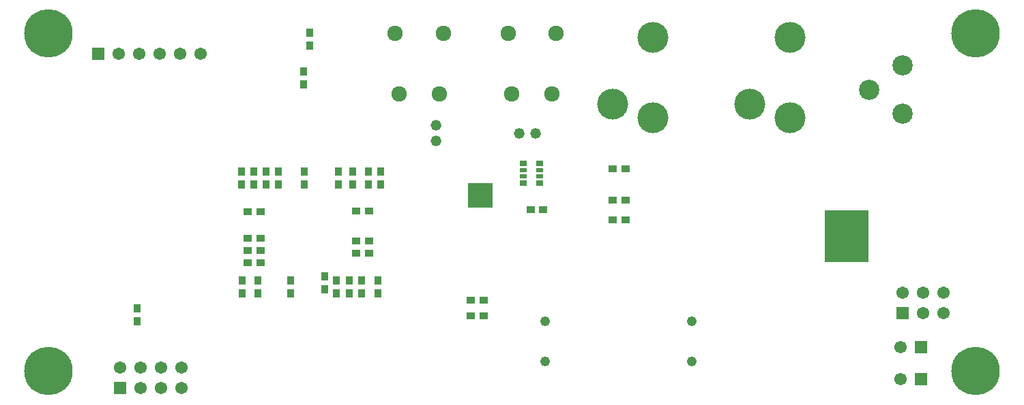
<source format=gbs>
G04 (created by PCBNEW-RS274X (2012-01-19 BZR 3256)-stable) date 2012/09/03 0:26:34*
G01*
G70*
G90*
%MOIN*%
G04 Gerber Fmt 3.4, Leading zero omitted, Abs format*
%FSLAX34Y34*%
G04 APERTURE LIST*
%ADD10C,0.006000*%
%ADD11C,0.150800*%
%ADD12C,0.099200*%
%ADD13R,0.124800X0.124800*%
%ADD14R,0.036200X0.026400*%
%ADD15R,0.036200X0.020500*%
%ADD16R,0.213300X0.252800*%
%ADD17C,0.237000*%
%ADD18R,0.060800X0.060800*%
%ADD19C,0.060800*%
%ADD20C,0.075600*%
%ADD21R,0.032300X0.040200*%
%ADD22R,0.040200X0.032300*%
%ADD23C,0.048000*%
%ADD24C,0.052000*%
G04 APERTURE END LIST*
G54D10*
G54D11*
X31102Y-01772D03*
X31102Y-05709D03*
X29134Y-05020D03*
X37795Y-01772D03*
X37795Y-05709D03*
X35827Y-05020D03*
G54D12*
X43306Y-03149D03*
X41653Y-04331D03*
X43307Y-05512D03*
G54D13*
X22677Y-09485D03*
G54D14*
X24763Y-08896D03*
G54D15*
X24763Y-08581D03*
X24763Y-08266D03*
G54D14*
X24763Y-07951D03*
X25550Y-07951D03*
G54D15*
X25550Y-08266D03*
X25550Y-08581D03*
G54D14*
X25550Y-08896D03*
G54D16*
X40551Y-11496D03*
G54D17*
X46850Y-18110D03*
X46850Y-01575D03*
X01575Y-18110D03*
X01575Y-01575D03*
G54D18*
X03996Y-02559D03*
G54D19*
X04996Y-02559D03*
X05996Y-02559D03*
X06996Y-02559D03*
X07996Y-02559D03*
X08996Y-02559D03*
G54D18*
X44201Y-18504D03*
G54D19*
X43201Y-18504D03*
G54D18*
X44201Y-16929D03*
G54D19*
X43201Y-16929D03*
G54D18*
X43291Y-15264D03*
G54D19*
X43291Y-14264D03*
X44291Y-15264D03*
X44291Y-14264D03*
X45291Y-15264D03*
X45291Y-14264D03*
G54D20*
X20669Y-04528D03*
X18701Y-04528D03*
X18504Y-01576D03*
X20866Y-01576D03*
X26181Y-04528D03*
X24213Y-04528D03*
X24016Y-01576D03*
X26378Y-01576D03*
G54D21*
X11024Y-13661D03*
X11024Y-14291D03*
X13386Y-13661D03*
X13386Y-14291D03*
X05906Y-15039D03*
X05906Y-15669D03*
X17677Y-13661D03*
X17677Y-14291D03*
G54D22*
X11929Y-10315D03*
X11299Y-10315D03*
X16614Y-10276D03*
X17244Y-10276D03*
X11929Y-12795D03*
X11299Y-12795D03*
X22205Y-14646D03*
X22835Y-14646D03*
G54D21*
X15630Y-14291D03*
X15630Y-13661D03*
G54D22*
X25748Y-10197D03*
X25118Y-10197D03*
X29764Y-09724D03*
X29134Y-09724D03*
X22835Y-15394D03*
X22205Y-15394D03*
G54D21*
X14016Y-04055D03*
X14016Y-03425D03*
X14331Y-01535D03*
X14331Y-02165D03*
X11811Y-13661D03*
X11811Y-14291D03*
X10984Y-08976D03*
X10984Y-08346D03*
G54D22*
X11929Y-11614D03*
X11299Y-11614D03*
G54D21*
X14055Y-08976D03*
X14055Y-08346D03*
X16417Y-08976D03*
X16417Y-08346D03*
X17205Y-08976D03*
X17205Y-08346D03*
X17795Y-08976D03*
X17795Y-08346D03*
G54D22*
X16614Y-11732D03*
X17244Y-11732D03*
G54D21*
X12795Y-08976D03*
X12795Y-08346D03*
G54D22*
X11929Y-12205D03*
X11299Y-12205D03*
G54D21*
X15079Y-13465D03*
X15079Y-14095D03*
G54D22*
X16614Y-12323D03*
X17244Y-12323D03*
G54D21*
X15748Y-08976D03*
X15748Y-08346D03*
G54D22*
X29134Y-08189D03*
X29764Y-08189D03*
G54D21*
X11614Y-08976D03*
X11614Y-08346D03*
X16850Y-13661D03*
X16850Y-14291D03*
G54D22*
X29764Y-10709D03*
X29134Y-10709D03*
G54D21*
X16260Y-13661D03*
X16260Y-14291D03*
X12204Y-08976D03*
X12204Y-08346D03*
G54D18*
X05075Y-18925D03*
G54D19*
X05075Y-17925D03*
X06075Y-18925D03*
X06075Y-17925D03*
X07075Y-18925D03*
X07075Y-17925D03*
X08075Y-18925D03*
X08075Y-17925D03*
G54D23*
X32992Y-15670D03*
X32992Y-17638D03*
X25827Y-15670D03*
X25827Y-17638D03*
G54D24*
X24567Y-06457D03*
X25355Y-06457D03*
X20512Y-06063D03*
X20512Y-06851D03*
M02*

</source>
